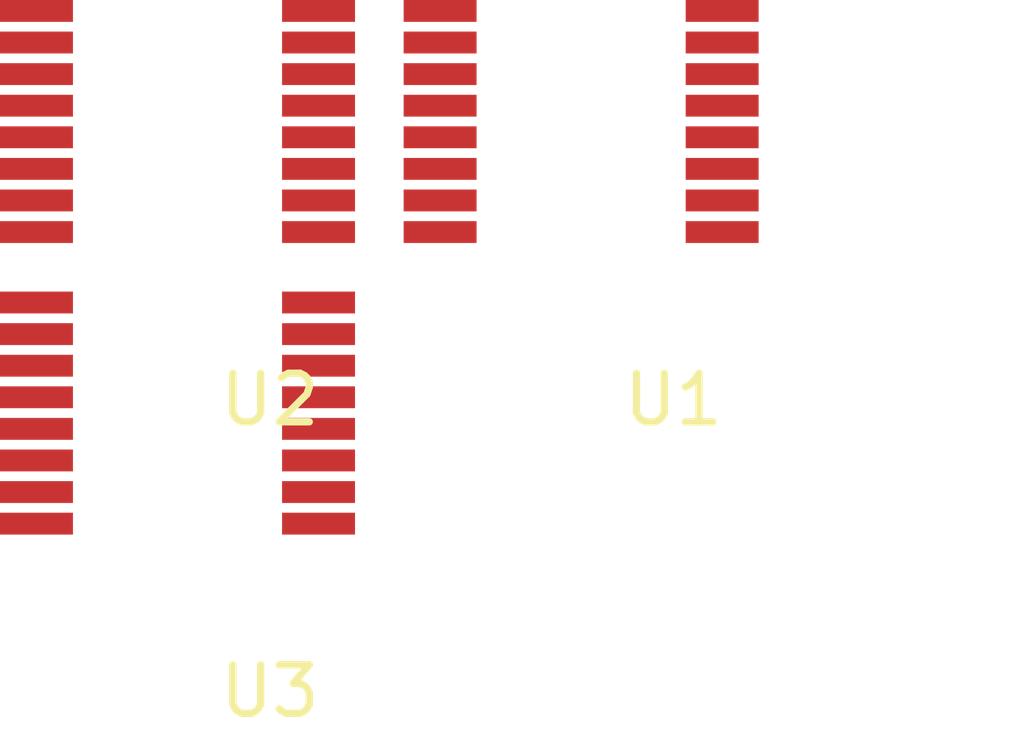
<source format=kicad_pcb>
(kicad_pcb (version 20171130) (host pcbnew "(5.1.10)-1")

  (general
    (thickness 1.6)
    (drawings 0)
    (tracks 0)
    (zones 0)
    (modules 3)
    (nets 8)
  )

  (page A4)
  (layers
    (0 F.Cu signal)
    (31 B.Cu signal)
    (32 B.Adhes user)
    (33 F.Adhes user)
    (34 B.Paste user)
    (35 F.Paste user)
    (36 B.SilkS user)
    (37 F.SilkS user)
    (38 B.Mask user)
    (39 F.Mask user)
    (40 Dwgs.User user)
    (41 Cmts.User user)
    (42 Eco1.User user)
    (43 Eco2.User user)
    (44 Edge.Cuts user)
    (45 Margin user)
    (46 B.CrtYd user)
    (47 F.CrtYd user)
    (48 B.Fab user)
    (49 F.Fab user)
  )

  (setup
    (last_trace_width 0.25)
    (trace_clearance 0.2)
    (zone_clearance 0.508)
    (zone_45_only no)
    (trace_min 0.2)
    (via_size 0.8)
    (via_drill 0.4)
    (via_min_size 0.4)
    (via_min_drill 0.3)
    (uvia_size 0.3)
    (uvia_drill 0.1)
    (uvias_allowed no)
    (uvia_min_size 0.2)
    (uvia_min_drill 0.1)
    (edge_width 0.05)
    (segment_width 0.2)
    (pcb_text_width 0.3)
    (pcb_text_size 1.5 1.5)
    (mod_edge_width 0.12)
    (mod_text_size 1 1)
    (mod_text_width 0.15)
    (pad_size 1.524 1.524)
    (pad_drill 0.762)
    (pad_to_mask_clearance 0)
    (aux_axis_origin 0 0)
    (visible_elements FFFFFF7F)
    (pcbplotparams
      (layerselection 0x010fc_ffffffff)
      (usegerberextensions false)
      (usegerberattributes true)
      (usegerberadvancedattributes true)
      (creategerberjobfile true)
      (excludeedgelayer true)
      (linewidth 0.100000)
      (plotframeref false)
      (viasonmask false)
      (mode 1)
      (useauxorigin false)
      (hpglpennumber 1)
      (hpglpenspeed 20)
      (hpglpendiameter 15.000000)
      (psnegative false)
      (psa4output false)
      (plotreference true)
      (plotvalue true)
      (plotinvisibletext false)
      (padsonsilk false)
      (subtractmaskfromsilk false)
      (outputformat 1)
      (mirror false)
      (drillshape 1)
      (scaleselection 1)
      (outputdirectory ""))
  )

  (net 0 "")
  (net 1 GND)
  (net 2 N$1)
  (net 3 VCC)
  (net 4 CLK)
  (net 5 ROW_LATCH)
  (net 6 ~ROW_BLANK)
  (net 7 N$2)

  (net_class Default "This is the default net class."
    (clearance 0.2)
    (trace_width 0.25)
    (via_dia 0.8)
    (via_drill 0.4)
    (uvia_dia 0.3)
    (uvia_drill 0.1)
    (add_net CLK)
    (add_net GND)
    (add_net N$1)
    (add_net N$2)
    (add_net ROW_LATCH)
    (add_net VCC)
    (add_net ~ROW_BLANK)
  )

  (module glabs_misc:TSSOP-16_slim (layer F.Cu) (tedit 610EAD95) (tstamp 610FCEC5)
    (at 94.45 92.345)
    (path /top/16904882186269690638)
    (solder_mask_margin 0.05)
    (attr smd)
    (fp_text reference U1 (at 1.95 6.05) (layer F.SilkS)
      (effects (font (size 1 1) (thickness 0.15)))
    )
    (fp_text value 74HC595 (at 5.65 4.3) (layer F.Fab)
      (effects (font (size 1 1) (thickness 0.15)))
    )
    (pad 1 smd rect (at -2.85 -1.95) (size 1.5 0.45) (layers F.Cu F.Paste F.Mask)
      (solder_mask_margin 0.05))
    (pad 2 smd rect (at -2.85 -1.3) (size 1.5 0.45) (layers F.Cu F.Paste F.Mask)
      (solder_mask_margin 0.05))
    (pad 3 smd rect (at -2.85 -0.65) (size 1.5 0.45) (layers F.Cu F.Paste F.Mask)
      (solder_mask_margin 0.05))
    (pad 4 smd rect (at -2.85 0) (size 1.5 0.45) (layers F.Cu F.Paste F.Mask)
      (solder_mask_margin 0.05))
    (pad 5 smd rect (at -2.85 0.65) (size 1.5 0.45) (layers F.Cu F.Paste F.Mask)
      (solder_mask_margin 0.05))
    (pad 6 smd rect (at -2.85 1.3) (size 1.5 0.45) (layers F.Cu F.Paste F.Mask)
      (solder_mask_margin 0.05))
    (pad 7 smd rect (at -2.85 1.95) (size 1.5 0.45) (layers F.Cu F.Paste F.Mask)
      (solder_mask_margin 0.05))
    (pad 8 smd rect (at -2.85 2.6) (size 1.5 0.45) (layers F.Cu F.Paste F.Mask)
      (net 1 GND) (solder_mask_margin 0.05))
    (pad 9 smd rect (at 2.95 2.6) (size 1.5 0.45) (layers F.Cu F.Paste F.Mask)
      (net 2 N$1) (solder_mask_margin 0.05))
    (pad 10 smd rect (at 2.95 1.95) (size 1.5 0.45) (layers F.Cu F.Paste F.Mask)
      (net 3 VCC) (solder_mask_margin 0.05))
    (pad 11 smd rect (at 2.95 1.3) (size 1.5 0.45) (layers F.Cu F.Paste F.Mask)
      (net 4 CLK) (solder_mask_margin 0.05))
    (pad 12 smd rect (at 2.95 0.65) (size 1.5 0.45) (layers F.Cu F.Paste F.Mask)
      (net 5 ROW_LATCH) (solder_mask_margin 0.05))
    (pad 13 smd rect (at 2.95 0) (size 1.5 0.45) (layers F.Cu F.Paste F.Mask)
      (net 6 ~ROW_BLANK) (solder_mask_margin 0.05))
    (pad 14 smd rect (at 2.95 -0.65) (size 1.5 0.45) (layers F.Cu F.Paste F.Mask)
      (solder_mask_margin 0.05))
    (pad 15 smd rect (at 2.95 -1.3) (size 1.5 0.45) (layers F.Cu F.Paste F.Mask)
      (solder_mask_margin 0.05))
    (pad 16 smd rect (at 2.95 -1.95) (size 1.5 0.45) (layers F.Cu F.Paste F.Mask)
      (net 3 VCC) (solder_mask_margin 0.05))
  )

  (module glabs_misc:TSSOP-16_slim (layer F.Cu) (tedit 610EAD95) (tstamp 610FCED9)
    (at 86.15 92.345)
    (path /top/9710457767029884951)
    (solder_mask_margin 0.05)
    (attr smd)
    (fp_text reference U2 (at 1.95 6.05) (layer F.SilkS)
      (effects (font (size 1 1) (thickness 0.15)))
    )
    (fp_text value 74HC595 (at 5.65 4.3) (layer F.Fab)
      (effects (font (size 1 1) (thickness 0.15)))
    )
    (pad 16 smd rect (at 2.95 -1.95) (size 1.5 0.45) (layers F.Cu F.Paste F.Mask)
      (net 3 VCC) (solder_mask_margin 0.05))
    (pad 15 smd rect (at 2.95 -1.3) (size 1.5 0.45) (layers F.Cu F.Paste F.Mask)
      (solder_mask_margin 0.05))
    (pad 14 smd rect (at 2.95 -0.65) (size 1.5 0.45) (layers F.Cu F.Paste F.Mask)
      (net 2 N$1) (solder_mask_margin 0.05))
    (pad 13 smd rect (at 2.95 0) (size 1.5 0.45) (layers F.Cu F.Paste F.Mask)
      (net 6 ~ROW_BLANK) (solder_mask_margin 0.05))
    (pad 12 smd rect (at 2.95 0.65) (size 1.5 0.45) (layers F.Cu F.Paste F.Mask)
      (net 5 ROW_LATCH) (solder_mask_margin 0.05))
    (pad 11 smd rect (at 2.95 1.3) (size 1.5 0.45) (layers F.Cu F.Paste F.Mask)
      (net 4 CLK) (solder_mask_margin 0.05))
    (pad 10 smd rect (at 2.95 1.95) (size 1.5 0.45) (layers F.Cu F.Paste F.Mask)
      (net 3 VCC) (solder_mask_margin 0.05))
    (pad 9 smd rect (at 2.95 2.6) (size 1.5 0.45) (layers F.Cu F.Paste F.Mask)
      (net 7 N$2) (solder_mask_margin 0.05))
    (pad 8 smd rect (at -2.85 2.6) (size 1.5 0.45) (layers F.Cu F.Paste F.Mask)
      (net 1 GND) (solder_mask_margin 0.05))
    (pad 7 smd rect (at -2.85 1.95) (size 1.5 0.45) (layers F.Cu F.Paste F.Mask)
      (solder_mask_margin 0.05))
    (pad 6 smd rect (at -2.85 1.3) (size 1.5 0.45) (layers F.Cu F.Paste F.Mask)
      (solder_mask_margin 0.05))
    (pad 5 smd rect (at -2.85 0.65) (size 1.5 0.45) (layers F.Cu F.Paste F.Mask)
      (solder_mask_margin 0.05))
    (pad 4 smd rect (at -2.85 0) (size 1.5 0.45) (layers F.Cu F.Paste F.Mask)
      (solder_mask_margin 0.05))
    (pad 3 smd rect (at -2.85 -0.65) (size 1.5 0.45) (layers F.Cu F.Paste F.Mask)
      (solder_mask_margin 0.05))
    (pad 2 smd rect (at -2.85 -1.3) (size 1.5 0.45) (layers F.Cu F.Paste F.Mask)
      (solder_mask_margin 0.05))
    (pad 1 smd rect (at -2.85 -1.95) (size 1.5 0.45) (layers F.Cu F.Paste F.Mask)
      (solder_mask_margin 0.05))
  )

  (module glabs_misc:TSSOP-16_slim (layer F.Cu) (tedit 610EAD95) (tstamp 610FCEED)
    (at 86.15 98.345)
    (path /top/7870812360210581842)
    (solder_mask_margin 0.05)
    (attr smd)
    (fp_text reference U3 (at 1.95 6.05) (layer F.SilkS)
      (effects (font (size 1 1) (thickness 0.15)))
    )
    (fp_text value 74HC595 (at 5.65 4.3) (layer F.Fab)
      (effects (font (size 1 1) (thickness 0.15)))
    )
    (pad 1 smd rect (at -2.85 -1.95) (size 1.5 0.45) (layers F.Cu F.Paste F.Mask)
      (solder_mask_margin 0.05))
    (pad 2 smd rect (at -2.85 -1.3) (size 1.5 0.45) (layers F.Cu F.Paste F.Mask)
      (solder_mask_margin 0.05))
    (pad 3 smd rect (at -2.85 -0.65) (size 1.5 0.45) (layers F.Cu F.Paste F.Mask)
      (solder_mask_margin 0.05))
    (pad 4 smd rect (at -2.85 0) (size 1.5 0.45) (layers F.Cu F.Paste F.Mask)
      (solder_mask_margin 0.05))
    (pad 5 smd rect (at -2.85 0.65) (size 1.5 0.45) (layers F.Cu F.Paste F.Mask)
      (solder_mask_margin 0.05))
    (pad 6 smd rect (at -2.85 1.3) (size 1.5 0.45) (layers F.Cu F.Paste F.Mask)
      (solder_mask_margin 0.05))
    (pad 7 smd rect (at -2.85 1.95) (size 1.5 0.45) (layers F.Cu F.Paste F.Mask)
      (solder_mask_margin 0.05))
    (pad 8 smd rect (at -2.85 2.6) (size 1.5 0.45) (layers F.Cu F.Paste F.Mask)
      (net 1 GND) (solder_mask_margin 0.05))
    (pad 9 smd rect (at 2.95 2.6) (size 1.5 0.45) (layers F.Cu F.Paste F.Mask)
      (solder_mask_margin 0.05))
    (pad 10 smd rect (at 2.95 1.95) (size 1.5 0.45) (layers F.Cu F.Paste F.Mask)
      (net 3 VCC) (solder_mask_margin 0.05))
    (pad 11 smd rect (at 2.95 1.3) (size 1.5 0.45) (layers F.Cu F.Paste F.Mask)
      (net 4 CLK) (solder_mask_margin 0.05))
    (pad 12 smd rect (at 2.95 0.65) (size 1.5 0.45) (layers F.Cu F.Paste F.Mask)
      (net 5 ROW_LATCH) (solder_mask_margin 0.05))
    (pad 13 smd rect (at 2.95 0) (size 1.5 0.45) (layers F.Cu F.Paste F.Mask)
      (net 6 ~ROW_BLANK) (solder_mask_margin 0.05))
    (pad 14 smd rect (at 2.95 -0.65) (size 1.5 0.45) (layers F.Cu F.Paste F.Mask)
      (net 7 N$2) (solder_mask_margin 0.05))
    (pad 15 smd rect (at 2.95 -1.3) (size 1.5 0.45) (layers F.Cu F.Paste F.Mask)
      (solder_mask_margin 0.05))
    (pad 16 smd rect (at 2.95 -1.95) (size 1.5 0.45) (layers F.Cu F.Paste F.Mask)
      (net 3 VCC) (solder_mask_margin 0.05))
  )

)

</source>
